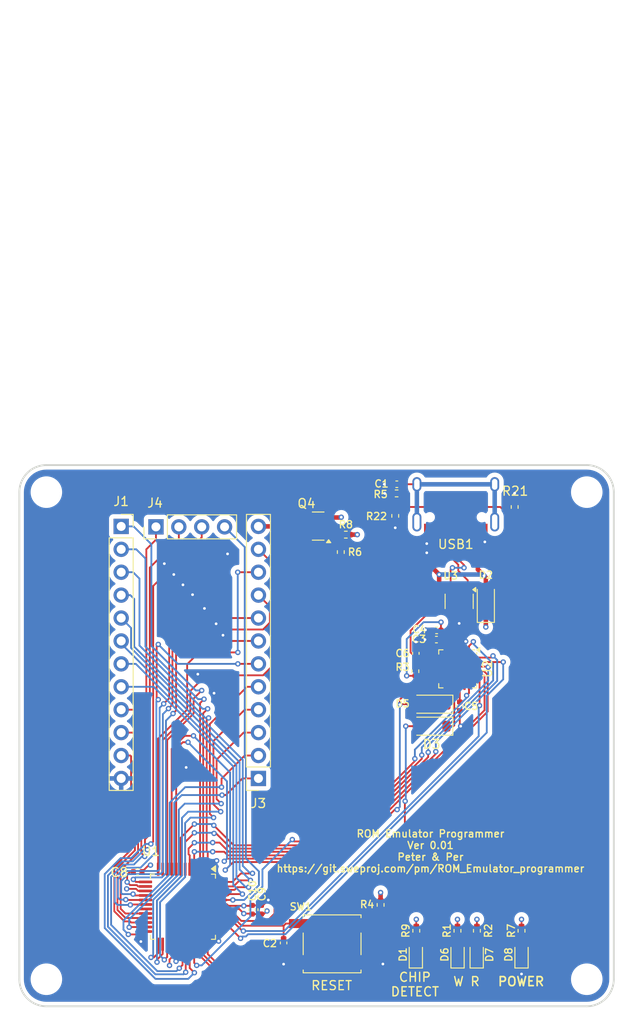
<source format=kicad_pcb>
(kicad_pcb
	(version 20240108)
	(generator "pcbnew")
	(generator_version "8.0")
	(general
		(thickness 1.6)
		(legacy_teardrops no)
	)
	(paper "A4")
	(title_block
		(title "ROM Emulator Programmer")
		(date "2024-10-07")
		(rev "0.01")
		(company "Peter & Per")
	)
	(layers
		(0 "F.Cu" signal)
		(1 "In1.Cu" signal)
		(2 "In2.Cu" signal)
		(31 "B.Cu" signal)
		(32 "B.Adhes" user "B.Adhesive")
		(33 "F.Adhes" user "F.Adhesive")
		(34 "B.Paste" user)
		(35 "F.Paste" user)
		(36 "B.SilkS" user "B.Silkscreen")
		(37 "F.SilkS" user "F.Silkscreen")
		(38 "B.Mask" user)
		(39 "F.Mask" user)
		(40 "Dwgs.User" user "User.Drawings")
		(41 "Cmts.User" user "User.Comments")
		(42 "Eco1.User" user "User.Eco1")
		(43 "Eco2.User" user "User.Eco2")
		(44 "Edge.Cuts" user)
		(45 "Margin" user)
		(46 "B.CrtYd" user "B.Courtyard")
		(47 "F.CrtYd" user "F.Courtyard")
		(48 "B.Fab" user)
		(49 "F.Fab" user)
		(50 "User.1" user)
		(51 "User.2" user)
		(52 "User.3" user)
		(53 "User.4" user)
		(54 "User.5" user)
		(55 "User.6" user)
		(56 "User.7" user)
		(57 "User.8" user)
		(58 "User.9" user)
	)
	(setup
		(stackup
			(layer "F.SilkS"
				(type "Top Silk Screen")
			)
			(layer "F.Paste"
				(type "Top Solder Paste")
			)
			(layer "F.Mask"
				(type "Top Solder Mask")
				(thickness 0.01)
			)
			(layer "F.Cu"
				(type "copper")
				(thickness 0.035)
			)
			(layer "dielectric 1"
				(type "prepreg")
				(thickness 0.1)
				(material "FR4")
				(epsilon_r 4.5)
				(loss_tangent 0.02)
			)
			(layer "In1.Cu"
				(type "copper")
				(thickness 0.035)
			)
			(layer "dielectric 2"
				(type "core")
				(thickness 1.24)
				(material "FR4")
				(epsilon_r 4.5)
				(loss_tangent 0.02)
			)
			(layer "In2.Cu"
				(type "copper")
				(thickness 0.035)
			)
			(layer "dielectric 3"
				(type "prepreg")
				(thickness 0.1)
				(material "FR4")
				(epsilon_r 4.5)
				(loss_tangent 0.02)
			)
			(layer "B.Cu"
				(type "copper")
				(thickness 0.035)
			)
			(layer "B.Mask"
				(type "Bottom Solder Mask")
				(thickness 0.01)
			)
			(layer "B.Paste"
				(type "Bottom Solder Paste")
			)
			(layer "B.SilkS"
				(type "Bottom Silk Screen")
			)
			(copper_finish "None")
			(dielectric_constraints no)
		)
		(pad_to_mask_clearance 0)
		(allow_soldermask_bridges_in_footprints no)
		(pcbplotparams
			(layerselection 0x00010fc_ffffffff)
			(plot_on_all_layers_selection 0x0000000_00000000)
			(disableapertmacros no)
			(usegerberextensions no)
			(usegerberattributes yes)
			(usegerberadvancedattributes yes)
			(creategerberjobfile yes)
			(dashed_line_dash_ratio 12.000000)
			(dashed_line_gap_ratio 3.000000)
			(svgprecision 4)
			(plotframeref no)
			(viasonmask no)
			(mode 1)
			(useauxorigin no)
			(hpglpennumber 1)
			(hpglpenspeed 20)
			(hpglpendiameter 15.000000)
			(pdf_front_fp_property_popups yes)
			(pdf_back_fp_property_popups yes)
			(dxfpolygonmode yes)
			(dxfimperialunits yes)
			(dxfusepcbnewfont yes)
			(psnegative no)
			(psa4output no)
			(plotreference yes)
			(plotvalue yes)
			(plotfptext yes)
			(plotinvisibletext no)
			(sketchpadsonfab no)
			(subtractmaskfromsilk no)
			(outputformat 1)
			(mirror no)
			(drillshape 1)
			(scaleselection 1)
			(outputdirectory "")
		)
	)
	(net 0 "")
	(net 1 "GND")
	(net 2 "+5V")
	(net 3 "/RX0")
	(net 4 "/UPDI")
	(net 5 "/D1")
	(net 6 "/A8")
	(net 7 "/A0")
	(net 8 "/D0")
	(net 9 "/A6")
	(net 10 "/D3")
	(net 11 "/A1")
	(net 12 "/A5")
	(net 13 "/A11")
	(net 14 "/A3")
	(net 15 "/CD_LED")
	(net 16 "/A10")
	(net 17 "/A7")
	(net 18 "/A9")
	(net 19 "unconnected-(U1-PC07-Pad19)")
	(net 20 "/D4")
	(net 21 "/D2")
	(net 22 "/A2")
	(net 23 "/D6")
	(net 24 "/USB_N")
	(net 25 "Net-(USB1-CC1)")
	(net 26 "Net-(USB1-CC2)")
	(net 27 "/VUSB")
	(net 28 "Net-(USB1-DP1)")
	(net 29 "Net-(USB1-DN1)")
	(net 30 "unconnected-(USB1-SBU2-Pad3)")
	(net 31 "unconnected-(USB1-SBU1-Pad9)")
	(net 32 "/A12")
	(net 33 "/A13")
	(net 34 "/D5")
	(net 35 "/D7")
	(net 36 "/A-1")
	(net 37 "/~{OE}")
	(net 38 "Net-(D6-A)")
	(net 39 "/~{BYTE}")
	(net 40 "/~{WE}")
	(net 41 "unconnected-(U1-PF03-Pad37)")
	(net 42 "/R_LED")
	(net 43 "Net-(D8-A)")
	(net 44 "/USB_P")
	(net 45 "/A4")
	(net 46 "Net-(Q4-G)")
	(net 47 "/~{VCC_EN}")
	(net 48 "/VCC_EN")
	(net 49 "Net-(D1-A)")
	(net 50 "/~{DCD}")
	(net 51 "/~{CTS}")
	(net 52 "/~{DSR}")
	(net 53 "Net-(D5-K)")
	(net 54 "/~{RI}")
	(net 55 "/~{RST}")
	(net 56 "Net-(U2-NC{slash}DCD_ECI{slash}VPP)")
	(net 57 "Net-(U2-~{RST})")
	(net 58 "/TX0")
	(net 59 "Net-(USB1-SHIELD)")
	(net 60 "/W_LED")
	(net 61 "Net-(D7-A)")
	(net 62 "unconnected-(U2-~{SUSPEND}{slash}RI_ECI-Pad17)")
	(net 63 "/~{RTS}")
	(net 64 "unconnected-(U2-CTS_ECI-Pad10)")
	(net 65 "unconnected-(U2-GPIO.1_ECI{slash}DSR_ECI-Pad14)")
	(net 66 "/~{DTR}")
	(net 67 "unconnected-(U2-RTS_ECI-Pad11)")
	(net 68 "/VIO")
	(net 69 "Net-(D3-K)")
	(footprint "Connector_PinSocket_2.54mm:PinSocket_1x12_P2.54mm_Vertical" (layer "F.Cu") (at 50.546 62.738 180))
	(footprint "Resistor_SMD:R_0402_1005Metric" (layer "F.Cu") (at 64.1096 76.7588 -90))
	(footprint "Resistor_SMD:R_0402_1005Metric" (layer "F.Cu") (at 74.803 79.627 90))
	(footprint "MountingHole:MountingHole_3mm" (layer "F.Cu") (at 87 31))
	(footprint "Connector_PinSocket_2.54mm:PinSocket_1x12_P2.54mm_Vertical" (layer "F.Cu") (at 35.306 34.798))
	(footprint "Diode_SMD:Nexperia_CFP3_SOD-123W" (layer "F.Cu") (at 75.7936 43.182 90))
	(footprint "Diode_SMD:D_SOD-123" (layer "F.Cu") (at 69.7728 56.9468 180))
	(footprint "Package_TO_SOT_SMD:SOT-23" (layer "F.Cu") (at 57.1777 34.7624 180))
	(footprint "MountingHole:MountingHole_3mm" (layer "F.Cu") (at 27 85))
	(footprint "Package_DFN_QFN:QFN-24-1EP_4x4mm_P0.5mm_EP2.6x2.6mm" (layer "F.Cu") (at 72.6748 50.5905 -90))
	(footprint "ROM_Emulator_programmer:SW_Push_1P1T_NO_CK_K2-1102SP-C4SC-04" (layer "F.Cu") (at 58.7248 81.0768 180))
	(footprint "Resistor_SMD:R_0402_1005Metric" (layer "F.Cu") (at 65.7352 33.6296 90))
	(footprint "Resistor_SMD:R_0402_1005Metric" (layer "F.Cu") (at 65.8876 31.1404 180))
	(footprint "Capacitor_SMD:C_0402_1005Metric" (layer "F.Cu") (at 49.8348 77.2948 -90))
	(footprint "Capacitor_SMD:C_0402_1005Metric" (layer "F.Cu") (at 72.898 54.7396 90))
	(footprint "Resistor_SMD:R_0402_1005Metric" (layer "F.Cu") (at 67.9704 50.8508 90))
	(footprint "ROM_Emulator_programmer:HRO-TYPE-C-31-M-12" (layer "F.Cu") (at 72.458 27.532 180))
	(footprint "MountingHole:MountingHole_3mm" (layer "F.Cu") (at 27 31))
	(footprint "Connector_PinHeader_2.54mm:PinHeader_1x04_P2.54mm_Vertical" (layer "F.Cu") (at 39.1668 34.8488 90))
	(footprint "Package_QFP:TQFP-48_7x7mm_P0.5mm" (layer "F.Cu") (at 42.164 76.962 -90))
	(footprint "Capacitor_SMD:C_0402_1005Metric" (layer "F.Cu") (at 70.3072 47.3456))
	(footprint "Diode_SMD:D_SOD-123" (layer "F.Cu") (at 69.7748 54.5084 180))
	(footprint "LED_SMD:LED_0603_1608Metric" (layer "F.Cu") (at 74.7776 82.2705 90))
	(footprint "MountingHole:MountingHole_3mm" (layer "F.Cu") (at 87 85))
	(footprint "LED_SMD:LED_0603_1608Metric" (layer "F.Cu") (at 72.6522 82.2705 90))
	(footprint "Capacitor_SMD:C_0402_1005Metric" (layer "F.Cu") (at 65.9104 30.1244 180))
	(footprint "Resistor_SMD:R_0402_1005Metric" (layer "F.Cu") (at 72.644 79.627 90))
	(footprint "LED_SMD:LED_0603_1608Metric" (layer "F.Cu") (at 68.0212 82.2705 90))
	(footprint "Capacitor_SMD:C_0402_1005Metric" (layer "F.Cu") (at 50.8508 77.2896 -90))
	(footprint "Resistor_SMD:R_0402_1005Metric" (layer "F.Cu") (at 59.69 37.6428 -90))
	(footprint "Resistor_SMD:R_0402_1005Metric" (layer "F.Cu") (at 60.2488 35.7124))
	(footprint "Capacitor_SMD:C_0402_1005Metric" (layer "F.Cu") (at 70.33 46.3296 180))
	(footprint "Capacitor_SMD:C_0402_1005Metric" (layer "F.Cu") (at 53.34 80.9752 -90))
	(footprint "LED_SMD:LED_0603_1608Metric"
		(layer "F.Cu")
		(uuid "d11f8ce7-65bd-4271-86cc-d6dd79fc73b1")
		(at 79.756 82.2705 90)
		(descr "LED SMD 0603 (1608 Metric), square (rectangular) end terminal, IPC_7351 nominal, (Body size source: http://www.tortai-tech.com/upload/download/2011102023233369053.pdf), generated with kicad-footprint-generator")
		(tags "LED")
		(property "Reference" "D8"
			(at 0 -1.43 90)
			(layer "F.SilkS")
			(uuid "e74d9594-36c8-4db7-83bb-aca2eb071bcd")
			(effects
				(font
					(size 0.8 0.8)
					(thickness 0.15)
				)
			)
		)
		(property "Value" "LED-B"
			(at 0 1.43 90)
			(layer "F.Fab")
			(uuid "79f7a867-111d-4476-8447-cc311d489fc7")
			(effects
				(font
					(size 1 1)
					(thickness 0.15)
				)
			)
		)
		(property "Footprint" "LED_SMD:LED_0603_1608Metric"
			(at 0 0 90)
			(unlocked yes)
			(layer "F.Fab")
			(hide yes)
			(uuid "36948bac-48dd-46b7-96db-254bc84c459a")
			(effects
				(font
					(size 1.27 1.27)
					(thickness 0.15)
				)
			)
		)
		(property "Datasheet" ""
			(at 0 0 90)
			(unlocked yes)
			(layer "F.Fab")
			(hide yes)
			(uuid "9f5bce0e-b374-42d8-bdfd-776ba713f6a9")
			(effects
				(font
					(size 1.27 1.27)
					(thickness 0.15)
				)
			)
		)
		(property "Description" ""
			(at 0 0 90)
			(unlocked yes)
			(layer "F.Fab")
			(hide yes)
			(uuid "19d8903d-c0e6-4125-a3be-3b045e743bbd")
			(effects
				(font
					(size 1.27 1.27)
					(thickness 0.15)
				)
			)
		)
		(property "LCSC" " C965807"
			(at 0 0 90)
			(unlocked yes)
			(layer "F.Fab")
			(hide yes)
			(uuid "b3823c16-bc04-46a8-bd44-fea8d61e0efb")
			(effects
				(font
					(size 1 1)
					(thickness 0.15)
				)
			)
		)
		(property ki_fp_filters "LED* LED_SMD:* LED_THT:*")
		(path "/32220085-cf31-4917-8402-b11cff1bb8a3")
		(sheetname "Root")
		(sheetfile "ROM_Emulator_programmer.kicad_sch")
		(attr smd)
		(fp_line
			(start 0.8 -0.735)
			(end -1.485 -0.735)
			(stroke
				(width 0.12)
				(type solid)
			)
			(layer "F.SilkS")
			(uuid "c6b2f946-254f-4565-845b-6215b8205ee9")
		)
		(fp_line
			(start -1.485 -0.735)
			(end -1.485 0.735)
			(stroke
				(width 0.12)
				(type solid)
			)
			(layer "F.SilkS")
			(uuid "14c90016-4ce4-470f-b31a-cfd8920fc354")
		)
		(fp_line
			(start -1.485 0.735)
			(end 0.8 0.735)
			(stroke
				(width 0.12)
				(type solid)
			)
			(layer "F.SilkS")
			(uuid "63ad43ef-6c82-420a-a400-63ae7da84001")
		)
		(fp_line
			(start 1.48 -0.73)
			(end 1.48 0.73)
			(stroke
				(width 0.05)
				(type solid)
			)
			(layer "F.CrtYd")
			(uuid "992dba06-b483-417d-b34d-4120c1b47f33")
		)
		(fp_line
			(start -1.48 -0.73)
			(end 1.48 -0.73)
			(stroke
				(width 0.05)
				(type solid)
			)
			(layer "F.CrtYd")
			(uuid "9ed4b5f1-01be-4585-b29d-99cc05c3c3f3")
		)
		(fp_line
			(start 1.48 0.73)
			(end -1.48 0.73)
			(stroke
				(width 0.05)
				(type solid)
			)
			(layer "F.CrtYd")
			(uuid "7924b6bb-ae67-4ba6-85e6-a736e606d031")
		)
		(fp_line
			(start -1.48 0.73)
			(end -1.48 -0.73)
			(stroke
				(width 0.05)
				(type solid)
			)
			(layer "F.CrtYd")
			(uuid "0f58bc2b-1101-499b-8cb8-f5a4547a286f")
		)
		(fp_line
			(start 0.8 -0.4)
			(end -0.5 -0.4)
			(stroke
				(width 0.1)
				(type solid)
			)
			(layer "F.Fab")
			(uuid "ba8d7732-e226-4263-844c-5f4dd38785fd")
		)
		(fp_line
			(start -0.5 -0.4)
			(end -0.8 -0.1)
			(stroke
				(width 0.1)
				(type solid)
			)
			(layer "F.Fab")
			(uuid "67fed837-e657-419a-8e5f-c83614aec0d0")
		)
		(fp_line
			(start -0.8 -0.1)
			(end -0.8 0.4)
			(stroke
				(width 0.1)
				(type solid)
			)
			(layer "F.Fab")
			(uuid "f0bb33f2-7204-4048-9d09-f063805998dc")
		)
		(fp_line
			(start 0.8 0.4)
			(end 0.8 -0.4)
			(stroke
				(width 0.1)
				(type solid)
			)
			(layer "F.Fab")
			(uuid "58bb0f7b-18fc-4e4c-9c85-3c6e00255159")
		)
		(fp_line
			(start -0.8 0.4)
			(end 0.8 0.4)
			(stroke
				(width 0.1)
				(type solid)
			)
			(layer "F.Fab")
			(uuid "ccb7bf2c-85dd-44cb-91bc-674fbf5ddf2b")
		)
		(fp_text user "${REFERENCE}"
			(at 0 0 90)
			(layer "F.Fab")
			(uuid "a4b4fc12-ef63-4586-95d6-8e104699a346")
			(effects
				(font
					(size 0.4 0.4)
					(thickness 0.06)
				)
			)
		)
		(pad "1" smd roundrect
			(at -0.7875 0 90)
			(size 0.875 0.95)
			(layers "F.Cu" "F.Paste" "F.Mask")
			(roundrect_rratio 0.25)
			(net 1 "
... [518254 chars truncated]
</source>
